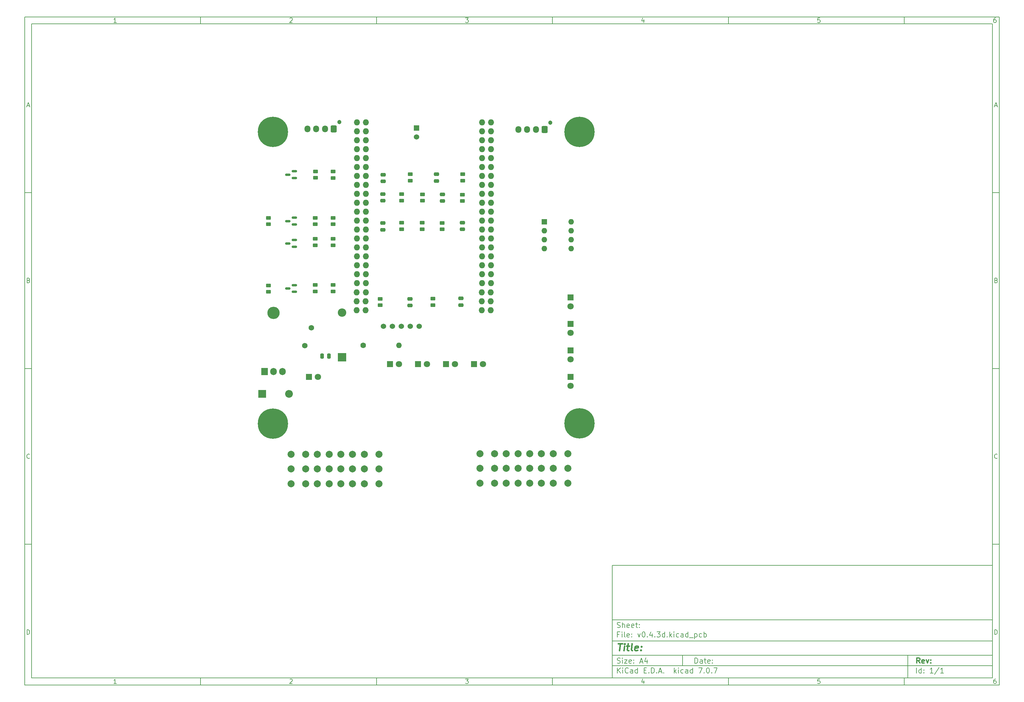
<source format=gbr>
%TF.GenerationSoftware,KiCad,Pcbnew,7.0.7*%
%TF.CreationDate,2024-10-02T11:43:54-03:00*%
%TF.ProjectId,v0.4.3d,76302e34-2e33-4642-9e6b-696361645f70,rev?*%
%TF.SameCoordinates,Original*%
%TF.FileFunction,Soldermask,Bot*%
%TF.FilePolarity,Negative*%
%FSLAX46Y46*%
G04 Gerber Fmt 4.6, Leading zero omitted, Abs format (unit mm)*
G04 Created by KiCad (PCBNEW 7.0.7) date 2024-10-02 11:43:54*
%MOMM*%
%LPD*%
G01*
G04 APERTURE LIST*
G04 Aperture macros list*
%AMRoundRect*
0 Rectangle with rounded corners*
0 $1 Rounding radius*
0 $2 $3 $4 $5 $6 $7 $8 $9 X,Y pos of 4 corners*
0 Add a 4 corners polygon primitive as box body*
4,1,4,$2,$3,$4,$5,$6,$7,$8,$9,$2,$3,0*
0 Add four circle primitives for the rounded corners*
1,1,$1+$1,$2,$3*
1,1,$1+$1,$4,$5*
1,1,$1+$1,$6,$7*
1,1,$1+$1,$8,$9*
0 Add four rect primitives between the rounded corners*
20,1,$1+$1,$2,$3,$4,$5,0*
20,1,$1+$1,$4,$5,$6,$7,0*
20,1,$1+$1,$6,$7,$8,$9,0*
20,1,$1+$1,$8,$9,$2,$3,0*%
G04 Aperture macros list end*
%ADD10C,0.100000*%
%ADD11C,0.150000*%
%ADD12C,0.300000*%
%ADD13C,0.400000*%
%ADD14RoundRect,0.250000X-0.450000X0.262500X-0.450000X-0.262500X0.450000X-0.262500X0.450000X0.262500X0*%
%ADD15RoundRect,0.250000X0.450000X-0.262500X0.450000X0.262500X-0.450000X0.262500X-0.450000X-0.262500X0*%
%ADD16R,1.800000X1.800000*%
%ADD17C,1.800000*%
%ADD18C,1.200000*%
%ADD19RoundRect,0.250000X0.600000X0.725000X-0.600000X0.725000X-0.600000X-0.725000X0.600000X-0.725000X0*%
%ADD20O,1.700000X1.950000*%
%ADD21C,0.900000*%
%ADD22C,8.600000*%
%ADD23R,2.400000X2.400000*%
%ADD24O,2.400000X2.400000*%
%ADD25O,1.727200X1.727200*%
%ADD26C,1.524000*%
%ADD27R,1.524000X1.524000*%
%ADD28R,2.200000X2.200000*%
%ADD29O,2.200000X2.200000*%
%ADD30C,1.600000*%
%ADD31O,1.600000X1.600000*%
%ADD32C,1.560000*%
%ADD33R,1.600000X1.600000*%
%ADD34O,3.500000X3.500000*%
%ADD35R,1.905000X2.000000*%
%ADD36O,1.905000X2.000000*%
%ADD37C,2.000000*%
%ADD38RoundRect,0.150000X0.587500X0.150000X-0.587500X0.150000X-0.587500X-0.150000X0.587500X-0.150000X0*%
%ADD39RoundRect,0.250000X-0.475000X0.250000X-0.475000X-0.250000X0.475000X-0.250000X0.475000X0.250000X0*%
%ADD40RoundRect,0.250000X0.475000X-0.250000X0.475000X0.250000X-0.475000X0.250000X-0.475000X-0.250000X0*%
%ADD41RoundRect,0.250000X0.250000X0.475000X-0.250000X0.475000X-0.250000X-0.475000X0.250000X-0.475000X0*%
G04 APERTURE END LIST*
D10*
D11*
X177002200Y-166007200D02*
X285002200Y-166007200D01*
X285002200Y-198007200D01*
X177002200Y-198007200D01*
X177002200Y-166007200D01*
D10*
D11*
X10000000Y-10000000D02*
X287002200Y-10000000D01*
X287002200Y-200007200D01*
X10000000Y-200007200D01*
X10000000Y-10000000D01*
D10*
D11*
X12000000Y-12000000D02*
X285002200Y-12000000D01*
X285002200Y-198007200D01*
X12000000Y-198007200D01*
X12000000Y-12000000D01*
D10*
D11*
X60000000Y-12000000D02*
X60000000Y-10000000D01*
D10*
D11*
X110000000Y-12000000D02*
X110000000Y-10000000D01*
D10*
D11*
X160000000Y-12000000D02*
X160000000Y-10000000D01*
D10*
D11*
X210000000Y-12000000D02*
X210000000Y-10000000D01*
D10*
D11*
X260000000Y-12000000D02*
X260000000Y-10000000D01*
D10*
D11*
X36089160Y-11593604D02*
X35346303Y-11593604D01*
X35717731Y-11593604D02*
X35717731Y-10293604D01*
X35717731Y-10293604D02*
X35593922Y-10479319D01*
X35593922Y-10479319D02*
X35470112Y-10603128D01*
X35470112Y-10603128D02*
X35346303Y-10665033D01*
D10*
D11*
X85346303Y-10417414D02*
X85408207Y-10355509D01*
X85408207Y-10355509D02*
X85532017Y-10293604D01*
X85532017Y-10293604D02*
X85841541Y-10293604D01*
X85841541Y-10293604D02*
X85965350Y-10355509D01*
X85965350Y-10355509D02*
X86027255Y-10417414D01*
X86027255Y-10417414D02*
X86089160Y-10541223D01*
X86089160Y-10541223D02*
X86089160Y-10665033D01*
X86089160Y-10665033D02*
X86027255Y-10850747D01*
X86027255Y-10850747D02*
X85284398Y-11593604D01*
X85284398Y-11593604D02*
X86089160Y-11593604D01*
D10*
D11*
X135284398Y-10293604D02*
X136089160Y-10293604D01*
X136089160Y-10293604D02*
X135655826Y-10788842D01*
X135655826Y-10788842D02*
X135841541Y-10788842D01*
X135841541Y-10788842D02*
X135965350Y-10850747D01*
X135965350Y-10850747D02*
X136027255Y-10912652D01*
X136027255Y-10912652D02*
X136089160Y-11036461D01*
X136089160Y-11036461D02*
X136089160Y-11345985D01*
X136089160Y-11345985D02*
X136027255Y-11469795D01*
X136027255Y-11469795D02*
X135965350Y-11531700D01*
X135965350Y-11531700D02*
X135841541Y-11593604D01*
X135841541Y-11593604D02*
X135470112Y-11593604D01*
X135470112Y-11593604D02*
X135346303Y-11531700D01*
X135346303Y-11531700D02*
X135284398Y-11469795D01*
D10*
D11*
X185965350Y-10726938D02*
X185965350Y-11593604D01*
X185655826Y-10231700D02*
X185346303Y-11160271D01*
X185346303Y-11160271D02*
X186151064Y-11160271D01*
D10*
D11*
X236027255Y-10293604D02*
X235408207Y-10293604D01*
X235408207Y-10293604D02*
X235346303Y-10912652D01*
X235346303Y-10912652D02*
X235408207Y-10850747D01*
X235408207Y-10850747D02*
X235532017Y-10788842D01*
X235532017Y-10788842D02*
X235841541Y-10788842D01*
X235841541Y-10788842D02*
X235965350Y-10850747D01*
X235965350Y-10850747D02*
X236027255Y-10912652D01*
X236027255Y-10912652D02*
X236089160Y-11036461D01*
X236089160Y-11036461D02*
X236089160Y-11345985D01*
X236089160Y-11345985D02*
X236027255Y-11469795D01*
X236027255Y-11469795D02*
X235965350Y-11531700D01*
X235965350Y-11531700D02*
X235841541Y-11593604D01*
X235841541Y-11593604D02*
X235532017Y-11593604D01*
X235532017Y-11593604D02*
X235408207Y-11531700D01*
X235408207Y-11531700D02*
X235346303Y-11469795D01*
D10*
D11*
X285965350Y-10293604D02*
X285717731Y-10293604D01*
X285717731Y-10293604D02*
X285593922Y-10355509D01*
X285593922Y-10355509D02*
X285532017Y-10417414D01*
X285532017Y-10417414D02*
X285408207Y-10603128D01*
X285408207Y-10603128D02*
X285346303Y-10850747D01*
X285346303Y-10850747D02*
X285346303Y-11345985D01*
X285346303Y-11345985D02*
X285408207Y-11469795D01*
X285408207Y-11469795D02*
X285470112Y-11531700D01*
X285470112Y-11531700D02*
X285593922Y-11593604D01*
X285593922Y-11593604D02*
X285841541Y-11593604D01*
X285841541Y-11593604D02*
X285965350Y-11531700D01*
X285965350Y-11531700D02*
X286027255Y-11469795D01*
X286027255Y-11469795D02*
X286089160Y-11345985D01*
X286089160Y-11345985D02*
X286089160Y-11036461D01*
X286089160Y-11036461D02*
X286027255Y-10912652D01*
X286027255Y-10912652D02*
X285965350Y-10850747D01*
X285965350Y-10850747D02*
X285841541Y-10788842D01*
X285841541Y-10788842D02*
X285593922Y-10788842D01*
X285593922Y-10788842D02*
X285470112Y-10850747D01*
X285470112Y-10850747D02*
X285408207Y-10912652D01*
X285408207Y-10912652D02*
X285346303Y-11036461D01*
D10*
D11*
X60000000Y-198007200D02*
X60000000Y-200007200D01*
D10*
D11*
X110000000Y-198007200D02*
X110000000Y-200007200D01*
D10*
D11*
X160000000Y-198007200D02*
X160000000Y-200007200D01*
D10*
D11*
X210000000Y-198007200D02*
X210000000Y-200007200D01*
D10*
D11*
X260000000Y-198007200D02*
X260000000Y-200007200D01*
D10*
D11*
X36089160Y-199600804D02*
X35346303Y-199600804D01*
X35717731Y-199600804D02*
X35717731Y-198300804D01*
X35717731Y-198300804D02*
X35593922Y-198486519D01*
X35593922Y-198486519D02*
X35470112Y-198610328D01*
X35470112Y-198610328D02*
X35346303Y-198672233D01*
D10*
D11*
X85346303Y-198424614D02*
X85408207Y-198362709D01*
X85408207Y-198362709D02*
X85532017Y-198300804D01*
X85532017Y-198300804D02*
X85841541Y-198300804D01*
X85841541Y-198300804D02*
X85965350Y-198362709D01*
X85965350Y-198362709D02*
X86027255Y-198424614D01*
X86027255Y-198424614D02*
X86089160Y-198548423D01*
X86089160Y-198548423D02*
X86089160Y-198672233D01*
X86089160Y-198672233D02*
X86027255Y-198857947D01*
X86027255Y-198857947D02*
X85284398Y-199600804D01*
X85284398Y-199600804D02*
X86089160Y-199600804D01*
D10*
D11*
X135284398Y-198300804D02*
X136089160Y-198300804D01*
X136089160Y-198300804D02*
X135655826Y-198796042D01*
X135655826Y-198796042D02*
X135841541Y-198796042D01*
X135841541Y-198796042D02*
X135965350Y-198857947D01*
X135965350Y-198857947D02*
X136027255Y-198919852D01*
X136027255Y-198919852D02*
X136089160Y-199043661D01*
X136089160Y-199043661D02*
X136089160Y-199353185D01*
X136089160Y-199353185D02*
X136027255Y-199476995D01*
X136027255Y-199476995D02*
X135965350Y-199538900D01*
X135965350Y-199538900D02*
X135841541Y-199600804D01*
X135841541Y-199600804D02*
X135470112Y-199600804D01*
X135470112Y-199600804D02*
X135346303Y-199538900D01*
X135346303Y-199538900D02*
X135284398Y-199476995D01*
D10*
D11*
X185965350Y-198734138D02*
X185965350Y-199600804D01*
X185655826Y-198238900D02*
X185346303Y-199167471D01*
X185346303Y-199167471D02*
X186151064Y-199167471D01*
D10*
D11*
X236027255Y-198300804D02*
X235408207Y-198300804D01*
X235408207Y-198300804D02*
X235346303Y-198919852D01*
X235346303Y-198919852D02*
X235408207Y-198857947D01*
X235408207Y-198857947D02*
X235532017Y-198796042D01*
X235532017Y-198796042D02*
X235841541Y-198796042D01*
X235841541Y-198796042D02*
X235965350Y-198857947D01*
X235965350Y-198857947D02*
X236027255Y-198919852D01*
X236027255Y-198919852D02*
X236089160Y-199043661D01*
X236089160Y-199043661D02*
X236089160Y-199353185D01*
X236089160Y-199353185D02*
X236027255Y-199476995D01*
X236027255Y-199476995D02*
X235965350Y-199538900D01*
X235965350Y-199538900D02*
X235841541Y-199600804D01*
X235841541Y-199600804D02*
X235532017Y-199600804D01*
X235532017Y-199600804D02*
X235408207Y-199538900D01*
X235408207Y-199538900D02*
X235346303Y-199476995D01*
D10*
D11*
X285965350Y-198300804D02*
X285717731Y-198300804D01*
X285717731Y-198300804D02*
X285593922Y-198362709D01*
X285593922Y-198362709D02*
X285532017Y-198424614D01*
X285532017Y-198424614D02*
X285408207Y-198610328D01*
X285408207Y-198610328D02*
X285346303Y-198857947D01*
X285346303Y-198857947D02*
X285346303Y-199353185D01*
X285346303Y-199353185D02*
X285408207Y-199476995D01*
X285408207Y-199476995D02*
X285470112Y-199538900D01*
X285470112Y-199538900D02*
X285593922Y-199600804D01*
X285593922Y-199600804D02*
X285841541Y-199600804D01*
X285841541Y-199600804D02*
X285965350Y-199538900D01*
X285965350Y-199538900D02*
X286027255Y-199476995D01*
X286027255Y-199476995D02*
X286089160Y-199353185D01*
X286089160Y-199353185D02*
X286089160Y-199043661D01*
X286089160Y-199043661D02*
X286027255Y-198919852D01*
X286027255Y-198919852D02*
X285965350Y-198857947D01*
X285965350Y-198857947D02*
X285841541Y-198796042D01*
X285841541Y-198796042D02*
X285593922Y-198796042D01*
X285593922Y-198796042D02*
X285470112Y-198857947D01*
X285470112Y-198857947D02*
X285408207Y-198919852D01*
X285408207Y-198919852D02*
X285346303Y-199043661D01*
D10*
D11*
X10000000Y-60000000D02*
X12000000Y-60000000D01*
D10*
D11*
X10000000Y-110000000D02*
X12000000Y-110000000D01*
D10*
D11*
X10000000Y-160000000D02*
X12000000Y-160000000D01*
D10*
D11*
X10690476Y-35222176D02*
X11309523Y-35222176D01*
X10566666Y-35593604D02*
X10999999Y-34293604D01*
X10999999Y-34293604D02*
X11433333Y-35593604D01*
D10*
D11*
X11092857Y-84912652D02*
X11278571Y-84974557D01*
X11278571Y-84974557D02*
X11340476Y-85036461D01*
X11340476Y-85036461D02*
X11402380Y-85160271D01*
X11402380Y-85160271D02*
X11402380Y-85345985D01*
X11402380Y-85345985D02*
X11340476Y-85469795D01*
X11340476Y-85469795D02*
X11278571Y-85531700D01*
X11278571Y-85531700D02*
X11154761Y-85593604D01*
X11154761Y-85593604D02*
X10659523Y-85593604D01*
X10659523Y-85593604D02*
X10659523Y-84293604D01*
X10659523Y-84293604D02*
X11092857Y-84293604D01*
X11092857Y-84293604D02*
X11216666Y-84355509D01*
X11216666Y-84355509D02*
X11278571Y-84417414D01*
X11278571Y-84417414D02*
X11340476Y-84541223D01*
X11340476Y-84541223D02*
X11340476Y-84665033D01*
X11340476Y-84665033D02*
X11278571Y-84788842D01*
X11278571Y-84788842D02*
X11216666Y-84850747D01*
X11216666Y-84850747D02*
X11092857Y-84912652D01*
X11092857Y-84912652D02*
X10659523Y-84912652D01*
D10*
D11*
X11402380Y-135469795D02*
X11340476Y-135531700D01*
X11340476Y-135531700D02*
X11154761Y-135593604D01*
X11154761Y-135593604D02*
X11030952Y-135593604D01*
X11030952Y-135593604D02*
X10845238Y-135531700D01*
X10845238Y-135531700D02*
X10721428Y-135407890D01*
X10721428Y-135407890D02*
X10659523Y-135284080D01*
X10659523Y-135284080D02*
X10597619Y-135036461D01*
X10597619Y-135036461D02*
X10597619Y-134850747D01*
X10597619Y-134850747D02*
X10659523Y-134603128D01*
X10659523Y-134603128D02*
X10721428Y-134479319D01*
X10721428Y-134479319D02*
X10845238Y-134355509D01*
X10845238Y-134355509D02*
X11030952Y-134293604D01*
X11030952Y-134293604D02*
X11154761Y-134293604D01*
X11154761Y-134293604D02*
X11340476Y-134355509D01*
X11340476Y-134355509D02*
X11402380Y-134417414D01*
D10*
D11*
X10659523Y-185593604D02*
X10659523Y-184293604D01*
X10659523Y-184293604D02*
X10969047Y-184293604D01*
X10969047Y-184293604D02*
X11154761Y-184355509D01*
X11154761Y-184355509D02*
X11278571Y-184479319D01*
X11278571Y-184479319D02*
X11340476Y-184603128D01*
X11340476Y-184603128D02*
X11402380Y-184850747D01*
X11402380Y-184850747D02*
X11402380Y-185036461D01*
X11402380Y-185036461D02*
X11340476Y-185284080D01*
X11340476Y-185284080D02*
X11278571Y-185407890D01*
X11278571Y-185407890D02*
X11154761Y-185531700D01*
X11154761Y-185531700D02*
X10969047Y-185593604D01*
X10969047Y-185593604D02*
X10659523Y-185593604D01*
D10*
D11*
X287002200Y-60000000D02*
X285002200Y-60000000D01*
D10*
D11*
X287002200Y-110000000D02*
X285002200Y-110000000D01*
D10*
D11*
X287002200Y-160000000D02*
X285002200Y-160000000D01*
D10*
D11*
X285692676Y-35222176D02*
X286311723Y-35222176D01*
X285568866Y-35593604D02*
X286002199Y-34293604D01*
X286002199Y-34293604D02*
X286435533Y-35593604D01*
D10*
D11*
X286095057Y-84912652D02*
X286280771Y-84974557D01*
X286280771Y-84974557D02*
X286342676Y-85036461D01*
X286342676Y-85036461D02*
X286404580Y-85160271D01*
X286404580Y-85160271D02*
X286404580Y-85345985D01*
X286404580Y-85345985D02*
X286342676Y-85469795D01*
X286342676Y-85469795D02*
X286280771Y-85531700D01*
X286280771Y-85531700D02*
X286156961Y-85593604D01*
X286156961Y-85593604D02*
X285661723Y-85593604D01*
X285661723Y-85593604D02*
X285661723Y-84293604D01*
X285661723Y-84293604D02*
X286095057Y-84293604D01*
X286095057Y-84293604D02*
X286218866Y-84355509D01*
X286218866Y-84355509D02*
X286280771Y-84417414D01*
X286280771Y-84417414D02*
X286342676Y-84541223D01*
X286342676Y-84541223D02*
X286342676Y-84665033D01*
X286342676Y-84665033D02*
X286280771Y-84788842D01*
X286280771Y-84788842D02*
X286218866Y-84850747D01*
X286218866Y-84850747D02*
X286095057Y-84912652D01*
X286095057Y-84912652D02*
X285661723Y-84912652D01*
D10*
D11*
X286404580Y-135469795D02*
X286342676Y-135531700D01*
X286342676Y-135531700D02*
X286156961Y-135593604D01*
X286156961Y-135593604D02*
X286033152Y-135593604D01*
X286033152Y-135593604D02*
X285847438Y-135531700D01*
X285847438Y-135531700D02*
X285723628Y-135407890D01*
X285723628Y-135407890D02*
X285661723Y-135284080D01*
X285661723Y-135284080D02*
X285599819Y-135036461D01*
X285599819Y-135036461D02*
X285599819Y-134850747D01*
X285599819Y-134850747D02*
X285661723Y-134603128D01*
X285661723Y-134603128D02*
X285723628Y-134479319D01*
X285723628Y-134479319D02*
X285847438Y-134355509D01*
X285847438Y-134355509D02*
X286033152Y-134293604D01*
X286033152Y-134293604D02*
X286156961Y-134293604D01*
X286156961Y-134293604D02*
X286342676Y-134355509D01*
X286342676Y-134355509D02*
X286404580Y-134417414D01*
D10*
D11*
X285661723Y-185593604D02*
X285661723Y-184293604D01*
X285661723Y-184293604D02*
X285971247Y-184293604D01*
X285971247Y-184293604D02*
X286156961Y-184355509D01*
X286156961Y-184355509D02*
X286280771Y-184479319D01*
X286280771Y-184479319D02*
X286342676Y-184603128D01*
X286342676Y-184603128D02*
X286404580Y-184850747D01*
X286404580Y-184850747D02*
X286404580Y-185036461D01*
X286404580Y-185036461D02*
X286342676Y-185284080D01*
X286342676Y-185284080D02*
X286280771Y-185407890D01*
X286280771Y-185407890D02*
X286156961Y-185531700D01*
X286156961Y-185531700D02*
X285971247Y-185593604D01*
X285971247Y-185593604D02*
X285661723Y-185593604D01*
D10*
D11*
X200458026Y-193793328D02*
X200458026Y-192293328D01*
X200458026Y-192293328D02*
X200815169Y-192293328D01*
X200815169Y-192293328D02*
X201029455Y-192364757D01*
X201029455Y-192364757D02*
X201172312Y-192507614D01*
X201172312Y-192507614D02*
X201243741Y-192650471D01*
X201243741Y-192650471D02*
X201315169Y-192936185D01*
X201315169Y-192936185D02*
X201315169Y-193150471D01*
X201315169Y-193150471D02*
X201243741Y-193436185D01*
X201243741Y-193436185D02*
X201172312Y-193579042D01*
X201172312Y-193579042D02*
X201029455Y-193721900D01*
X201029455Y-193721900D02*
X200815169Y-193793328D01*
X200815169Y-193793328D02*
X200458026Y-193793328D01*
X202600884Y-193793328D02*
X202600884Y-193007614D01*
X202600884Y-193007614D02*
X202529455Y-192864757D01*
X202529455Y-192864757D02*
X202386598Y-192793328D01*
X202386598Y-192793328D02*
X202100884Y-192793328D01*
X202100884Y-192793328D02*
X201958026Y-192864757D01*
X202600884Y-193721900D02*
X202458026Y-193793328D01*
X202458026Y-193793328D02*
X202100884Y-193793328D01*
X202100884Y-193793328D02*
X201958026Y-193721900D01*
X201958026Y-193721900D02*
X201886598Y-193579042D01*
X201886598Y-193579042D02*
X201886598Y-193436185D01*
X201886598Y-193436185D02*
X201958026Y-193293328D01*
X201958026Y-193293328D02*
X202100884Y-193221900D01*
X202100884Y-193221900D02*
X202458026Y-193221900D01*
X202458026Y-193221900D02*
X202600884Y-193150471D01*
X203100884Y-192793328D02*
X203672312Y-192793328D01*
X203315169Y-192293328D02*
X203315169Y-193579042D01*
X203315169Y-193579042D02*
X203386598Y-193721900D01*
X203386598Y-193721900D02*
X203529455Y-193793328D01*
X203529455Y-193793328D02*
X203672312Y-193793328D01*
X204743741Y-193721900D02*
X204600884Y-193793328D01*
X204600884Y-193793328D02*
X204315170Y-193793328D01*
X204315170Y-193793328D02*
X204172312Y-193721900D01*
X204172312Y-193721900D02*
X204100884Y-193579042D01*
X204100884Y-193579042D02*
X204100884Y-193007614D01*
X204100884Y-193007614D02*
X204172312Y-192864757D01*
X204172312Y-192864757D02*
X204315170Y-192793328D01*
X204315170Y-192793328D02*
X204600884Y-192793328D01*
X204600884Y-192793328D02*
X204743741Y-192864757D01*
X204743741Y-192864757D02*
X204815170Y-193007614D01*
X204815170Y-193007614D02*
X204815170Y-193150471D01*
X204815170Y-193150471D02*
X204100884Y-193293328D01*
X205458026Y-193650471D02*
X205529455Y-193721900D01*
X205529455Y-193721900D02*
X205458026Y-193793328D01*
X205458026Y-193793328D02*
X205386598Y-193721900D01*
X205386598Y-193721900D02*
X205458026Y-193650471D01*
X205458026Y-193650471D02*
X205458026Y-193793328D01*
X205458026Y-192864757D02*
X205529455Y-192936185D01*
X205529455Y-192936185D02*
X205458026Y-193007614D01*
X205458026Y-193007614D02*
X205386598Y-192936185D01*
X205386598Y-192936185D02*
X205458026Y-192864757D01*
X205458026Y-192864757D02*
X205458026Y-193007614D01*
D10*
D11*
X177002200Y-194507200D02*
X285002200Y-194507200D01*
D10*
D11*
X178458026Y-196593328D02*
X178458026Y-195093328D01*
X179315169Y-196593328D02*
X178672312Y-195736185D01*
X179315169Y-195093328D02*
X178458026Y-195950471D01*
X179958026Y-196593328D02*
X179958026Y-195593328D01*
X179958026Y-195093328D02*
X179886598Y-195164757D01*
X179886598Y-195164757D02*
X179958026Y-195236185D01*
X179958026Y-195236185D02*
X180029455Y-195164757D01*
X180029455Y-195164757D02*
X179958026Y-195093328D01*
X179958026Y-195093328D02*
X179958026Y-195236185D01*
X181529455Y-196450471D02*
X181458027Y-196521900D01*
X181458027Y-196521900D02*
X181243741Y-196593328D01*
X181243741Y-196593328D02*
X181100884Y-196593328D01*
X181100884Y-196593328D02*
X180886598Y-196521900D01*
X180886598Y-196521900D02*
X180743741Y-196379042D01*
X180743741Y-196379042D02*
X180672312Y-196236185D01*
X180672312Y-196236185D02*
X180600884Y-195950471D01*
X180600884Y-195950471D02*
X180600884Y-195736185D01*
X180600884Y-195736185D02*
X180672312Y-195450471D01*
X180672312Y-195450471D02*
X180743741Y-195307614D01*
X180743741Y-195307614D02*
X180886598Y-195164757D01*
X180886598Y-195164757D02*
X181100884Y-195093328D01*
X181100884Y-195093328D02*
X181243741Y-195093328D01*
X181243741Y-195093328D02*
X181458027Y-195164757D01*
X181458027Y-195164757D02*
X181529455Y-195236185D01*
X182815170Y-196593328D02*
X182815170Y-195807614D01*
X182815170Y-195807614D02*
X182743741Y-195664757D01*
X182743741Y-195664757D02*
X182600884Y-195593328D01*
X182600884Y-195593328D02*
X182315170Y-195593328D01*
X182315170Y-195593328D02*
X182172312Y-195664757D01*
X182815170Y-196521900D02*
X182672312Y-196593328D01*
X182672312Y-196593328D02*
X182315170Y-196593328D01*
X182315170Y-196593328D02*
X182172312Y-196521900D01*
X182172312Y-196521900D02*
X182100884Y-196379042D01*
X182100884Y-196379042D02*
X182100884Y-196236185D01*
X182100884Y-196236185D02*
X182172312Y-196093328D01*
X182172312Y-196093328D02*
X182315170Y-196021900D01*
X182315170Y-196021900D02*
X182672312Y-196021900D01*
X182672312Y-196021900D02*
X182815170Y-195950471D01*
X184172313Y-196593328D02*
X184172313Y-195093328D01*
X184172313Y-196521900D02*
X184029455Y-196593328D01*
X184029455Y-196593328D02*
X183743741Y-196593328D01*
X183743741Y-196593328D02*
X183600884Y-196521900D01*
X183600884Y-196521900D02*
X183529455Y-196450471D01*
X183529455Y-196450471D02*
X183458027Y-196307614D01*
X183458027Y-196307614D02*
X183458027Y-195879042D01*
X183458027Y-195879042D02*
X183529455Y-195736185D01*
X183529455Y-195736185D02*
X183600884Y-195664757D01*
X183600884Y-195664757D02*
X183743741Y-195593328D01*
X183743741Y-195593328D02*
X184029455Y-195593328D01*
X184029455Y-195593328D02*
X184172313Y-195664757D01*
X186029455Y-195807614D02*
X186529455Y-195807614D01*
X186743741Y-196593328D02*
X186029455Y-196593328D01*
X186029455Y-196593328D02*
X186029455Y-195093328D01*
X186029455Y-195093328D02*
X186743741Y-195093328D01*
X187386598Y-196450471D02*
X187458027Y-196521900D01*
X187458027Y-196521900D02*
X187386598Y-196593328D01*
X187386598Y-196593328D02*
X187315170Y-196521900D01*
X187315170Y-196521900D02*
X187386598Y-196450471D01*
X187386598Y-196450471D02*
X187386598Y-196593328D01*
X188100884Y-196593328D02*
X188100884Y-195093328D01*
X188100884Y-195093328D02*
X188458027Y-195093328D01*
X188458027Y-195093328D02*
X188672313Y-195164757D01*
X188672313Y-195164757D02*
X188815170Y-195307614D01*
X188815170Y-195307614D02*
X188886599Y-195450471D01*
X188886599Y-195450471D02*
X188958027Y-195736185D01*
X188958027Y-195736185D02*
X188958027Y-195950471D01*
X188958027Y-195950471D02*
X188886599Y-196236185D01*
X188886599Y-196236185D02*
X188815170Y-196379042D01*
X188815170Y-196379042D02*
X188672313Y-196521900D01*
X188672313Y-196521900D02*
X188458027Y-196593328D01*
X188458027Y-196593328D02*
X188100884Y-196593328D01*
X189600884Y-196450471D02*
X189672313Y-196521900D01*
X189672313Y-196521900D02*
X189600884Y-196593328D01*
X189600884Y-196593328D02*
X189529456Y-196521900D01*
X189529456Y-196521900D02*
X189600884Y-196450471D01*
X189600884Y-196450471D02*
X189600884Y-196593328D01*
X190243742Y-196164757D02*
X190958028Y-196164757D01*
X190100885Y-196593328D02*
X190600885Y-195093328D01*
X190600885Y-195093328D02*
X191100885Y-196593328D01*
X191600884Y-196450471D02*
X191672313Y-196521900D01*
X191672313Y-196521900D02*
X191600884Y-196593328D01*
X191600884Y-196593328D02*
X191529456Y-196521900D01*
X191529456Y-196521900D02*
X191600884Y-196450471D01*
X191600884Y-196450471D02*
X191600884Y-196593328D01*
X194600884Y-196593328D02*
X194600884Y-195093328D01*
X194743742Y-196021900D02*
X195172313Y-196593328D01*
X195172313Y-195593328D02*
X194600884Y-196164757D01*
X195815170Y-196593328D02*
X195815170Y-195593328D01*
X195815170Y-195093328D02*
X195743742Y-195164757D01*
X195743742Y-195164757D02*
X195815170Y-195236185D01*
X195815170Y-195236185D02*
X195886599Y-195164757D01*
X195886599Y-195164757D02*
X195815170Y-195093328D01*
X195815170Y-195093328D02*
X195815170Y-195236185D01*
X197172314Y-196521900D02*
X197029456Y-196593328D01*
X197029456Y-196593328D02*
X196743742Y-196593328D01*
X196743742Y-196593328D02*
X196600885Y-196521900D01*
X196600885Y-196521900D02*
X196529456Y-196450471D01*
X196529456Y-196450471D02*
X196458028Y-196307614D01*
X196458028Y-196307614D02*
X196458028Y-195879042D01*
X196458028Y-195879042D02*
X196529456Y-195736185D01*
X196529456Y-195736185D02*
X196600885Y-195664757D01*
X196600885Y-195664757D02*
X196743742Y-195593328D01*
X196743742Y-195593328D02*
X197029456Y-195593328D01*
X197029456Y-195593328D02*
X197172314Y-195664757D01*
X198458028Y-196593328D02*
X198458028Y-195807614D01*
X198458028Y-195807614D02*
X198386599Y-195664757D01*
X198386599Y-195664757D02*
X198243742Y-195593328D01*
X198243742Y-195593328D02*
X197958028Y-195593328D01*
X197958028Y-195593328D02*
X197815170Y-195664757D01*
X198458028Y-196521900D02*
X198315170Y-196593328D01*
X198315170Y-196593328D02*
X197958028Y-196593328D01*
X197958028Y-196593328D02*
X197815170Y-196521900D01*
X197815170Y-196521900D02*
X197743742Y-196379042D01*
X197743742Y-196379042D02*
X197743742Y-196236185D01*
X197743742Y-196236185D02*
X197815170Y-196093328D01*
X197815170Y-196093328D02*
X197958028Y-196021900D01*
X197958028Y-196021900D02*
X198315170Y-196021900D01*
X198315170Y-196021900D02*
X198458028Y-195950471D01*
X199815171Y-196593328D02*
X199815171Y-195093328D01*
X199815171Y-196521900D02*
X199672313Y-196593328D01*
X199672313Y-196593328D02*
X199386599Y-196593328D01*
X199386599Y-196593328D02*
X199243742Y-196521900D01*
X199243742Y-196521900D02*
X199172313Y-196450471D01*
X199172313Y-196450471D02*
X199100885Y-196307614D01*
X199100885Y-196307614D02*
X199100885Y-195879042D01*
X199100885Y-195879042D02*
X199172313Y-195736185D01*
X199172313Y-195736185D02*
X199243742Y-195664757D01*
X199243742Y-195664757D02*
X199386599Y-195593328D01*
X199386599Y-195593328D02*
X199672313Y-195593328D01*
X199672313Y-195593328D02*
X199815171Y-195664757D01*
X201529456Y-195093328D02*
X202529456Y-195093328D01*
X202529456Y-195093328D02*
X201886599Y-196593328D01*
X203100884Y-196450471D02*
X203172313Y-196521900D01*
X203172313Y-196521900D02*
X203100884Y-196593328D01*
X203100884Y-196593328D02*
X203029456Y-196521900D01*
X203029456Y-196521900D02*
X203100884Y-196450471D01*
X203100884Y-196450471D02*
X203100884Y-196593328D01*
X204100885Y-195093328D02*
X204243742Y-195093328D01*
X204243742Y-195093328D02*
X204386599Y-195164757D01*
X204386599Y-195164757D02*
X204458028Y-195236185D01*
X204458028Y-195236185D02*
X204529456Y-195379042D01*
X204529456Y-195379042D02*
X204600885Y-195664757D01*
X204600885Y-195664757D02*
X204600885Y-196021900D01*
X204600885Y-196021900D02*
X204529456Y-196307614D01*
X204529456Y-196307614D02*
X204458028Y-196450471D01*
X204458028Y-196450471D02*
X204386599Y-196521900D01*
X204386599Y-196521900D02*
X204243742Y-196593328D01*
X204243742Y-196593328D02*
X204100885Y-196593328D01*
X204100885Y-196593328D02*
X203958028Y-196521900D01*
X203958028Y-196521900D02*
X203886599Y-196450471D01*
X203886599Y-196450471D02*
X203815170Y-196307614D01*
X203815170Y-196307614D02*
X203743742Y-196021900D01*
X203743742Y-196021900D02*
X203743742Y-195664757D01*
X203743742Y-195664757D02*
X203815170Y-195379042D01*
X203815170Y-195379042D02*
X203886599Y-195236185D01*
X203886599Y-195236185D02*
X203958028Y-195164757D01*
X203958028Y-195164757D02*
X204100885Y-195093328D01*
X205243741Y-196450471D02*
X205315170Y-196521900D01*
X205315170Y-196521900D02*
X205243741Y-196593328D01*
X205243741Y-196593328D02*
X205172313Y-196521900D01*
X205172313Y-196521900D02*
X205243741Y-196450471D01*
X205243741Y-196450471D02*
X205243741Y-196593328D01*
X205815170Y-195093328D02*
X206815170Y-195093328D01*
X206815170Y-195093328D02*
X206172313Y-196593328D01*
D10*
D11*
X177002200Y-191507200D02*
X285002200Y-191507200D01*
D10*
D12*
X264413853Y-193785528D02*
X263913853Y-193071242D01*
X263556710Y-193785528D02*
X263556710Y-192285528D01*
X263556710Y-192285528D02*
X264128139Y-192285528D01*
X264128139Y-192285528D02*
X264270996Y-192356957D01*
X264270996Y-192356957D02*
X264342425Y-192428385D01*
X264342425Y-192428385D02*
X264413853Y-192571242D01*
X264413853Y-192571242D02*
X264413853Y-192785528D01*
X264413853Y-192785528D02*
X264342425Y-192928385D01*
X264342425Y-192928385D02*
X264270996Y-192999814D01*
X264270996Y-192999814D02*
X264128139Y-193071242D01*
X264128139Y-193071242D02*
X263556710Y-193071242D01*
X265628139Y-193714100D02*
X265485282Y-193785528D01*
X265485282Y-193785528D02*
X265199568Y-193785528D01*
X265199568Y-193785528D02*
X265056710Y-193714100D01*
X265056710Y-193714100D02*
X264985282Y-193571242D01*
X264985282Y-193571242D02*
X264985282Y-192999814D01*
X264985282Y-192999814D02*
X265056710Y-192856957D01*
X265056710Y-192856957D02*
X265199568Y-192785528D01*
X265199568Y-192785528D02*
X265485282Y-192785528D01*
X265485282Y-192785528D02*
X265628139Y-192856957D01*
X265628139Y-192856957D02*
X265699568Y-192999814D01*
X265699568Y-192999814D02*
X265699568Y-193142671D01*
X265699568Y-193142671D02*
X264985282Y-193285528D01*
X266199567Y-192785528D02*
X266556710Y-193785528D01*
X266556710Y-193785528D02*
X266913853Y-192785528D01*
X267485281Y-193642671D02*
X267556710Y-193714100D01*
X267556710Y-193714100D02*
X267485281Y-193785528D01*
X267485281Y-193785528D02*
X267413853Y-193714100D01*
X267413853Y-193714100D02*
X267485281Y-193642671D01*
X267485281Y-193642671D02*
X267485281Y-193785528D01*
X267485281Y-192856957D02*
X267556710Y-192928385D01*
X267556710Y-192928385D02*
X267485281Y-192999814D01*
X267485281Y-192999814D02*
X267413853Y-192928385D01*
X267413853Y-192928385D02*
X267485281Y-192856957D01*
X267485281Y-192856957D02*
X267485281Y-192999814D01*
D10*
D11*
X178386598Y-193721900D02*
X178600884Y-193793328D01*
X178600884Y-193793328D02*
X178958026Y-193793328D01*
X178958026Y-193793328D02*
X179100884Y-193721900D01*
X179100884Y-193721900D02*
X179172312Y-193650471D01*
X179172312Y-193650471D02*
X179243741Y-193507614D01*
X179243741Y-193507614D02*
X179243741Y-193364757D01*
X179243741Y-193364757D02*
X179172312Y-193221900D01*
X179172312Y-193221900D02*
X179100884Y-193150471D01*
X179100884Y-193150471D02*
X178958026Y-193079042D01*
X178958026Y-193079042D02*
X178672312Y-193007614D01*
X178672312Y-193007614D02*
X178529455Y-192936185D01*
X178529455Y-192936185D02*
X178458026Y-192864757D01*
X178458026Y-192864757D02*
X178386598Y-192721900D01*
X178386598Y-192721900D02*
X178386598Y-192579042D01*
X178386598Y-192579042D02*
X178458026Y-192436185D01*
X178458026Y-192436185D02*
X178529455Y-192364757D01*
X178529455Y-192364757D02*
X178672312Y-192293328D01*
X178672312Y-192293328D02*
X179029455Y-192293328D01*
X179029455Y-192293328D02*
X179243741Y-192364757D01*
X179886597Y-193793328D02*
X179886597Y-192793328D01*
X179886597Y-192293328D02*
X179815169Y-192364757D01*
X179815169Y-192364757D02*
X179886597Y-192436185D01*
X179886597Y-192436185D02*
X179958026Y-192364757D01*
X179958026Y-192364757D02*
X179886597Y-192293328D01*
X179886597Y-192293328D02*
X179886597Y-192436185D01*
X180458026Y-192793328D02*
X181243741Y-192793328D01*
X181243741Y-192793328D02*
X180458026Y-193793328D01*
X180458026Y-193793328D02*
X181243741Y-193793328D01*
X182386598Y-193721900D02*
X182243741Y-193793328D01*
X182243741Y-193793328D02*
X181958027Y-193793328D01*
X181958027Y-193793328D02*
X181815169Y-193721900D01*
X181815169Y-193721900D02*
X181743741Y-193579042D01*
X181743741Y-193579042D02*
X181743741Y-193007614D01*
X181743741Y-193007614D02*
X181815169Y-192864757D01*
X181815169Y-192864757D02*
X181958027Y-192793328D01*
X181958027Y-192793328D02*
X182243741Y-192793328D01*
X182243741Y-192793328D02*
X182386598Y-192864757D01*
X182386598Y-192864757D02*
X182458027Y-193007614D01*
X182458027Y-193007614D02*
X182458027Y-193150471D01*
X182458027Y-193150471D02*
X181743741Y-193293328D01*
X183100883Y-193650471D02*
X183172312Y-193721900D01*
X183172312Y-193721900D02*
X183100883Y-193793328D01*
X183100883Y-193793328D02*
X183029455Y-193721900D01*
X183029455Y-193721900D02*
X183100883Y-193650471D01*
X183100883Y-193650471D02*
X183100883Y-193793328D01*
X183100883Y-192864757D02*
X183172312Y-192936185D01*
X183172312Y-192936185D02*
X183100883Y-193007614D01*
X183100883Y-193007614D02*
X183029455Y-192936185D01*
X183029455Y-192936185D02*
X183100883Y-192864757D01*
X183100883Y-192864757D02*
X183100883Y-193007614D01*
X184886598Y-193364757D02*
X185600884Y-193364757D01*
X184743741Y-193793328D02*
X185243741Y-192293328D01*
X185243741Y-192293328D02*
X185743741Y-193793328D01*
X186886598Y-192793328D02*
X186886598Y-193793328D01*
X186529455Y-192221900D02*
X186172312Y-193293328D01*
X186172312Y-193293328D02*
X187100883Y-193293328D01*
D10*
D11*
X263458026Y-196593328D02*
X263458026Y-195093328D01*
X264815170Y-196593328D02*
X264815170Y-195093328D01*
X264815170Y-196521900D02*
X264672312Y-196593328D01*
X264672312Y-196593328D02*
X264386598Y-196593328D01*
X264386598Y-196593328D02*
X264243741Y-196521900D01*
X264243741Y-196521900D02*
X264172312Y-196450471D01*
X264172312Y-196450471D02*
X264100884Y-196307614D01*
X264100884Y-196307614D02*
X264100884Y-195879042D01*
X264100884Y-195879042D02*
X264172312Y-195736185D01*
X264172312Y-195736185D02*
X264243741Y-195664757D01*
X264243741Y-195664757D02*
X264386598Y-195593328D01*
X264386598Y-195593328D02*
X264672312Y-195593328D01*
X264672312Y-195593328D02*
X264815170Y-195664757D01*
X265529455Y-196450471D02*
X265600884Y-196521900D01*
X265600884Y-196521900D02*
X265529455Y-196593328D01*
X265529455Y-196593328D02*
X265458027Y-196521900D01*
X265458027Y-196521900D02*
X265529455Y-196450471D01*
X265529455Y-196450471D02*
X265529455Y-196593328D01*
X265529455Y-195664757D02*
X265600884Y-195736185D01*
X265600884Y-195736185D02*
X265529455Y-195807614D01*
X265529455Y-195807614D02*
X265458027Y-195736185D01*
X265458027Y-195736185D02*
X265529455Y-195664757D01*
X265529455Y-195664757D02*
X265529455Y-195807614D01*
X268172313Y-196593328D02*
X267315170Y-196593328D01*
X267743741Y-196593328D02*
X267743741Y-195093328D01*
X267743741Y-195093328D02*
X267600884Y-195307614D01*
X267600884Y-195307614D02*
X267458027Y-195450471D01*
X267458027Y-195450471D02*
X267315170Y-195521900D01*
X269886598Y-195021900D02*
X268600884Y-196950471D01*
X271172313Y-196593328D02*
X270315170Y-196593328D01*
X270743741Y-196593328D02*
X270743741Y-195093328D01*
X270743741Y-195093328D02*
X270600884Y-195307614D01*
X270600884Y-195307614D02*
X270458027Y-195450471D01*
X270458027Y-195450471D02*
X270315170Y-195521900D01*
D10*
D11*
X177002200Y-187507200D02*
X285002200Y-187507200D01*
D10*
D13*
X178693928Y-188211638D02*
X179836785Y-188211638D01*
X179015357Y-190211638D02*
X179265357Y-188211638D01*
X180253452Y-190211638D02*
X180420119Y-188878304D01*
X180503452Y-188211638D02*
X180396309Y-188306876D01*
X180396309Y-188306876D02*
X180479643Y-188402114D01*
X180479643Y-188402114D02*
X180586786Y-188306876D01*
X180586786Y-188306876D02*
X180503452Y-188211638D01*
X180503452Y-188211638D02*
X180479643Y-188402114D01*
X181086786Y-188878304D02*
X181848690Y-188878304D01*
X181455833Y-188211638D02*
X181241548Y-189925923D01*
X181241548Y-189925923D02*
X181312976Y-190116400D01*
X181312976Y-190116400D02*
X181491548Y-190211638D01*
X181491548Y-190211638D02*
X181682024Y-190211638D01*
X182634405Y-190211638D02*
X182455833Y-190116400D01*
X182455833Y-190116400D02*
X182384405Y-189925923D01*
X182384405Y-189925923D02*
X182598690Y-188211638D01*
X184170119Y-190116400D02*
X183967738Y-190211638D01*
X183967738Y-190211638D02*
X183586785Y-190211638D01*
X183586785Y-190211638D02*
X183408214Y-190116400D01*
X183408214Y-190116400D02*
X183336785Y-189925923D01*
X183336785Y-189925923D02*
X183432024Y-189164019D01*
X183432024Y-189164019D02*
X183551071Y-188973542D01*
X183551071Y-188973542D02*
X183753452Y-188878304D01*
X183753452Y-188878304D02*
X184134404Y-188878304D01*
X184134404Y-188878304D02*
X184312976Y-188973542D01*
X184312976Y-188973542D02*
X184384404Y-189164019D01*
X184384404Y-189164019D02*
X184360595Y-189354495D01*
X184360595Y-189354495D02*
X183384404Y-189544971D01*
X185134405Y-190021161D02*
X185217738Y-190116400D01*
X185217738Y-190116400D02*
X185110595Y-190211638D01*
X185110595Y-190211638D02*
X185027262Y-190116400D01*
X185027262Y-190116400D02*
X185134405Y-190021161D01*
X185134405Y-190021161D02*
X185110595Y-190211638D01*
X185265357Y-188973542D02*
X185348690Y-189068780D01*
X185348690Y-189068780D02*
X185241548Y-189164019D01*
X185241548Y-189164019D02*
X185158214Y-189068780D01*
X185158214Y-189068780D02*
X185265357Y-188973542D01*
X185265357Y-188973542D02*
X185241548Y-189164019D01*
D10*
D11*
X178958026Y-185607614D02*
X178458026Y-185607614D01*
X178458026Y-186393328D02*
X178458026Y-184893328D01*
X178458026Y-184893328D02*
X179172312Y-184893328D01*
X179743740Y-186393328D02*
X179743740Y-185393328D01*
X179743740Y-184893328D02*
X179672312Y-184964757D01*
X179672312Y-184964757D02*
X179743740Y-185036185D01*
X179743740Y-185036185D02*
X179815169Y-184964757D01*
X179815169Y-184964757D02*
X179743740Y-184893328D01*
X179743740Y-184893328D02*
X179743740Y-185036185D01*
X180672312Y-186393328D02*
X180529455Y-186321900D01*
X180529455Y-186321900D02*
X180458026Y-186179042D01*
X180458026Y-186179042D02*
X180458026Y-184893328D01*
X181815169Y-186321900D02*
X181672312Y-186393328D01*
X181672312Y-186393328D02*
X181386598Y-186393328D01*
X181386598Y-186393328D02*
X181243740Y-186321900D01*
X181243740Y-186321900D02*
X181172312Y-186179042D01*
X181172312Y-186179042D02*
X181172312Y-185607614D01*
X181172312Y-185607614D02*
X181243740Y-185464757D01*
X181243740Y-185464757D02*
X181386598Y-185393328D01*
X181386598Y-185393328D02*
X181672312Y-185393328D01*
X181672312Y-185393328D02*
X181815169Y-185464757D01*
X181815169Y-185464757D02*
X181886598Y-185607614D01*
X181886598Y-185607614D02*
X181886598Y-185750471D01*
X181886598Y-185750471D02*
X181172312Y-185893328D01*
X182529454Y-186250471D02*
X182600883Y-186321900D01*
X182600883Y-186321900D02*
X182529454Y-186393328D01*
X182529454Y-186393328D02*
X182458026Y-186321900D01*
X182458026Y-186321900D02*
X182529454Y-186250471D01*
X182529454Y-186250471D02*
X182529454Y-186393328D01*
X182529454Y-185464757D02*
X182600883Y-185536185D01*
X182600883Y-185536185D02*
X182529454Y-185607614D01*
X182529454Y-185607614D02*
X182458026Y-185536185D01*
X182458026Y-185536185D02*
X182529454Y-185464757D01*
X182529454Y-185464757D02*
X182529454Y-185607614D01*
X184243740Y-185393328D02*
X184600883Y-186393328D01*
X184600883Y-186393328D02*
X184958026Y-185393328D01*
X185815169Y-184893328D02*
X185958026Y-184893328D01*
X185958026Y-184893328D02*
X186100883Y-184964757D01*
X186100883Y-184964757D02*
X186172312Y-185036185D01*
X186172312Y-185036185D02*
X186243740Y-185179042D01*
X186243740Y-185179042D02*
X186315169Y-185464757D01*
X186315169Y-185464757D02*
X186315169Y-185821900D01*
X186315169Y-185821900D02*
X186243740Y-186107614D01*
X186243740Y-186107614D02*
X186172312Y-186250471D01*
X186172312Y-186250471D02*
X186100883Y-186321900D01*
X186100883Y-186321900D02*
X185958026Y-186393328D01*
X185958026Y-186393328D02*
X185815169Y-186393328D01*
X185815169Y-186393328D02*
X185672312Y-186321900D01*
X185672312Y-186321900D02*
X185600883Y-186250471D01*
X185600883Y-186250471D02*
X185529454Y-186107614D01*
X185529454Y-186107614D02*
X185458026Y-185821900D01*
X185458026Y-185821900D02*
X185458026Y-185464757D01*
X185458026Y-185464757D02*
X185529454Y-185179042D01*
X185529454Y-185179042D02*
X185600883Y-185036185D01*
X185600883Y-185036185D02*
X185672312Y-184964757D01*
X185672312Y-184964757D02*
X185815169Y-184893328D01*
X186958025Y-186250471D02*
X187029454Y-186321900D01*
X187029454Y-186321900D02*
X186958025Y-186393328D01*
X186958025Y-186393328D02*
X186886597Y-186321900D01*
X186886597Y-186321900D02*
X186958025Y-186250471D01*
X186958025Y-186250471D02*
X186958025Y-186393328D01*
X188315169Y-185393328D02*
X188315169Y-186393328D01*
X187958026Y-184821900D02*
X187600883Y-185893328D01*
X187600883Y-185893328D02*
X188529454Y-185893328D01*
X189100882Y-186250471D02*
X189172311Y-186321900D01*
X189172311Y-186321900D02*
X189100882Y-186393328D01*
X189100882Y-186393328D02*
X189029454Y-186321900D01*
X189029454Y-186321900D02*
X189100882Y-186250471D01*
X189100882Y-186250471D02*
X189100882Y-186393328D01*
X189672311Y-184893328D02*
X190600883Y-184893328D01*
X190600883Y-184893328D02*
X190100883Y-185464757D01*
X190100883Y-185464757D02*
X190315168Y-185464757D01*
X190315168Y-185464757D02*
X190458026Y-185536185D01*
X190458026Y-185536185D02*
X190529454Y-185607614D01*
X190529454Y-185607614D02*
X190600883Y-185750471D01*
X190600883Y-185750471D02*
X190600883Y-186107614D01*
X190600883Y-186107614D02*
X190529454Y-186250471D01*
X190529454Y-186250471D02*
X190458026Y-186321900D01*
X190458026Y-186321900D02*
X190315168Y-186393328D01*
X190315168Y-186393328D02*
X189886597Y-186393328D01*
X189886597Y-186393328D02*
X189743740Y-186321900D01*
X189743740Y-186321900D02*
X189672311Y-186250471D01*
X191886597Y-186393328D02*
X191886597Y-184893328D01*
X191886597Y-186321900D02*
X191743739Y-186393328D01*
X191743739Y-186393328D02*
X191458025Y-186393328D01*
X191458025Y-186393328D02*
X191315168Y-186321900D01*
X191315168Y-186321900D02*
X191243739Y-186250471D01*
X191243739Y-186250471D02*
X191172311Y-186107614D01*
X191172311Y-186107614D02*
X191172311Y-185679042D01*
X191172311Y-185679042D02*
X191243739Y-185536185D01*
X191243739Y-185536185D02*
X191315168Y-185464757D01*
X191315168Y-185464757D02*
X191458025Y-185393328D01*
X191458025Y-185393328D02*
X191743739Y-185393328D01*
X191743739Y-185393328D02*
X191886597Y-185464757D01*
X192600882Y-186250471D02*
X192672311Y-186321900D01*
X192672311Y-186321900D02*
X192600882Y-186393328D01*
X192600882Y-186393328D02*
X192529454Y-186321900D01*
X192529454Y-186321900D02*
X192600882Y-186250471D01*
X192600882Y-186250471D02*
X192600882Y-186393328D01*
X193315168Y-186393328D02*
X193315168Y-184893328D01*
X193458026Y-185821900D02*
X193886597Y-186393328D01*
X193886597Y-185393328D02*
X193315168Y-185964757D01*
X194529454Y-186393328D02*
X194529454Y-185393328D01*
X194529454Y-184893328D02*
X194458026Y-184964757D01*
X194458026Y-184964757D02*
X194529454Y-185036185D01*
X194529454Y-185036185D02*
X194600883Y-184964757D01*
X194600883Y-184964757D02*
X194529454Y-184893328D01*
X194529454Y-184893328D02*
X194529454Y-185036185D01*
X195886598Y-186321900D02*
X195743740Y-186393328D01*
X195743740Y-186393328D02*
X195458026Y-186393328D01*
X195458026Y-186393328D02*
X195315169Y-186321900D01*
X195315169Y-186321900D02*
X195243740Y-186250471D01*
X195243740Y-186250471D02*
X195172312Y-186107614D01*
X195172312Y-186107614D02*
X195172312Y-185679042D01*
X195172312Y-185679042D02*
X195243740Y-185536185D01*
X195243740Y-185536185D02*
X195315169Y-185464757D01*
X195315169Y-185464757D02*
X195458026Y-185393328D01*
X195458026Y-185393328D02*
X195743740Y-185393328D01*
X195743740Y-185393328D02*
X195886598Y-185464757D01*
X197172312Y-186393328D02*
X197172312Y-185607614D01*
X197172312Y-185607614D02*
X197100883Y-185464757D01*
X197100883Y-185464757D02*
X196958026Y-185393328D01*
X196958026Y-185393328D02*
X196672312Y-185393328D01*
X196672312Y-185393328D02*
X196529454Y-185464757D01*
X197172312Y-186321900D02*
X197029454Y-186393328D01*
X197029454Y-186393328D02*
X196672312Y-186393328D01*
X196672312Y-186393328D02*
X196529454Y-186321900D01*
X196529454Y-186321900D02*
X196458026Y-186179042D01*
X196458026Y-186179042D02*
X196458026Y-186036185D01*
X196458026Y-186036185D02*
X196529454Y-185893328D01*
X196529454Y-185893328D02*
X196672312Y-185821900D01*
X196672312Y-185821900D02*
X197029454Y-185821900D01*
X197029454Y-185821900D02*
X197172312Y-185750471D01*
X198529455Y-186393328D02*
X198529455Y-184893328D01*
X198529455Y-186321900D02*
X198386597Y-186393328D01*
X198386597Y-186393328D02*
X198100883Y-186393328D01*
X198100883Y-186393328D02*
X197958026Y-186321900D01*
X197958026Y-186321900D02*
X197886597Y-186250471D01*
X197886597Y-186250471D02*
X197815169Y-186107614D01*
X197815169Y-186107614D02*
X197815169Y-185679042D01*
X197815169Y-185679042D02*
X197886597Y-185536185D01*
X197886597Y-185536185D02*
X197958026Y-185464757D01*
X197958026Y-185464757D02*
X198100883Y-185393328D01*
X198100883Y-185393328D02*
X198386597Y-185393328D01*
X198386597Y-185393328D02*
X198529455Y-185464757D01*
X198886598Y-186536185D02*
X200029455Y-186536185D01*
X200386597Y-185393328D02*
X200386597Y-186893328D01*
X200386597Y-185464757D02*
X200529455Y-185393328D01*
X200529455Y-185393328D02*
X200815169Y-185393328D01*
X200815169Y-185393328D02*
X200958026Y-185464757D01*
X200958026Y-185464757D02*
X201029455Y-185536185D01*
X201029455Y-185536185D02*
X201100883Y-185679042D01*
X201100883Y-185679042D02*
X201100883Y-186107614D01*
X201100883Y-186107614D02*
X201029455Y-186250471D01*
X201029455Y-186250471D02*
X200958026Y-186321900D01*
X200958026Y-186321900D02*
X200815169Y-186393328D01*
X200815169Y-186393328D02*
X200529455Y-186393328D01*
X200529455Y-186393328D02*
X200386597Y-186321900D01*
X202386598Y-186321900D02*
X202243740Y-186393328D01*
X202243740Y-186393328D02*
X201958026Y-186393328D01*
X201958026Y-186393328D02*
X201815169Y-186321900D01*
X201815169Y-186321900D02*
X201743740Y-186250471D01*
X201743740Y-186250471D02*
X201672312Y-186107614D01*
X201672312Y-186107614D02*
X201672312Y-185679042D01*
X201672312Y-185679042D02*
X201743740Y-185536185D01*
X201743740Y-185536185D02*
X201815169Y-185464757D01*
X201815169Y-185464757D02*
X201958026Y-185393328D01*
X201958026Y-185393328D02*
X202243740Y-185393328D01*
X202243740Y-185393328D02*
X202386598Y-185464757D01*
X203029454Y-186393328D02*
X203029454Y-184893328D01*
X203029454Y-185464757D02*
X203172312Y-185393328D01*
X203172312Y-185393328D02*
X203458026Y-185393328D01*
X203458026Y-185393328D02*
X203600883Y-185464757D01*
X203600883Y-185464757D02*
X203672312Y-185536185D01*
X203672312Y-185536185D02*
X203743740Y-185679042D01*
X203743740Y-185679042D02*
X203743740Y-186107614D01*
X203743740Y-186107614D02*
X203672312Y-186250471D01*
X203672312Y-186250471D02*
X203600883Y-186321900D01*
X203600883Y-186321900D02*
X203458026Y-186393328D01*
X203458026Y-186393328D02*
X203172312Y-186393328D01*
X203172312Y-186393328D02*
X203029454Y-186321900D01*
D10*
D11*
X177002200Y-181507200D02*
X285002200Y-181507200D01*
D10*
D11*
X178386598Y-183621900D02*
X178600884Y-183693328D01*
X178600884Y-183693328D02*
X178958026Y-183693328D01*
X178958026Y-183693328D02*
X179100884Y-183621900D01*
X179100884Y-183621900D02*
X179172312Y-183550471D01*
X179172312Y-183550471D02*
X179243741Y-183407614D01*
X179243741Y-183407614D02*
X179243741Y-183264757D01*
X179243741Y-183264757D02*
X179172312Y-183121900D01*
X179172312Y-183121900D02*
X179100884Y-183050471D01*
X179100884Y-183050471D02*
X178958026Y-182979042D01*
X178958026Y-182979042D02*
X178672312Y-182907614D01*
X178672312Y-182907614D02*
X178529455Y-182836185D01*
X178529455Y-182836185D02*
X178458026Y-182764757D01*
X178458026Y-182764757D02*
X178386598Y-182621900D01*
X178386598Y-182621900D02*
X178386598Y-182479042D01*
X178386598Y-182479042D02*
X178458026Y-182336185D01*
X178458026Y-182336185D02*
X178529455Y-182264757D01*
X178529455Y-182264757D02*
X178672312Y-182193328D01*
X178672312Y-182193328D02*
X179029455Y-182193328D01*
X179029455Y-182193328D02*
X179243741Y-182264757D01*
X179886597Y-183693328D02*
X179886597Y-182193328D01*
X180529455Y-183693328D02*
X180529455Y-182907614D01*
X180529455Y-182907614D02*
X180458026Y-182764757D01*
X180458026Y-182764757D02*
X180315169Y-182693328D01*
X180315169Y-182693328D02*
X180100883Y-182693328D01*
X180100883Y-182693328D02*
X179958026Y-182764757D01*
X179958026Y-182764757D02*
X179886597Y-182836185D01*
X181815169Y-183621900D02*
X181672312Y-183693328D01*
X181672312Y-183693328D02*
X181386598Y-183693328D01*
X181386598Y-183693328D02*
X181243740Y-183621900D01*
X181243740Y-183621900D02*
X181172312Y-183479042D01*
X181172312Y-183479042D02*
X181172312Y-182907614D01*
X181172312Y-182907614D02*
X181243740Y-182764757D01*
X181243740Y-182764757D02*
X181386598Y-182693328D01*
X181386598Y-182693328D02*
X181672312Y-182693328D01*
X181672312Y-182693328D02*
X181815169Y-182764757D01*
X181815169Y-182764757D02*
X181886598Y-182907614D01*
X181886598Y-182907614D02*
X181886598Y-183050471D01*
X181886598Y-183050471D02*
X181172312Y-183193328D01*
X183100883Y-183621900D02*
X182958026Y-183693328D01*
X182958026Y-183693328D02*
X182672312Y-183693328D01*
X182672312Y-183693328D02*
X182529454Y-183621900D01*
X182529454Y-183621900D02*
X182458026Y-183479042D01*
X182458026Y-183479042D02*
X182458026Y-182907614D01*
X182458026Y-182907614D02*
X182529454Y-182764757D01*
X182529454Y-182764757D02*
X182672312Y-182693328D01*
X182672312Y-182693328D02*
X182958026Y-182693328D01*
X182958026Y-182693328D02*
X183100883Y-182764757D01*
X183100883Y-182764757D02*
X183172312Y-182907614D01*
X183172312Y-182907614D02*
X183172312Y-183050471D01*
X183172312Y-183050471D02*
X182458026Y-183193328D01*
X183600883Y-182693328D02*
X184172311Y-182693328D01*
X183815168Y-182193328D02*
X183815168Y-183479042D01*
X183815168Y-183479042D02*
X183886597Y-183621900D01*
X183886597Y-183621900D02*
X184029454Y-183693328D01*
X184029454Y-183693328D02*
X184172311Y-183693328D01*
X184672311Y-183550471D02*
X184743740Y-183621900D01*
X184743740Y-183621900D02*
X184672311Y-183693328D01*
X184672311Y-183693328D02*
X184600883Y-183621900D01*
X184600883Y-183621900D02*
X184672311Y-183550471D01*
X184672311Y-183550471D02*
X184672311Y-183693328D01*
X184672311Y-182764757D02*
X184743740Y-182836185D01*
X184743740Y-182836185D02*
X184672311Y-182907614D01*
X184672311Y-182907614D02*
X184600883Y-182836185D01*
X184600883Y-182836185D02*
X184672311Y-182764757D01*
X184672311Y-182764757D02*
X184672311Y-182907614D01*
D10*
D12*
D10*
D11*
D10*
D11*
D10*
D11*
D10*
D11*
D10*
D11*
X197002200Y-191507200D02*
X197002200Y-194507200D01*
D10*
D11*
X261002200Y-191507200D02*
X261002200Y-198007200D01*
D14*
%TO.C,R44*%
X79248000Y-67159500D03*
X79248000Y-68984500D03*
%TD*%
D15*
%TO.C,R28*%
X79248000Y-88185000D03*
X79248000Y-86360000D03*
%TD*%
D16*
%TO.C,D2*%
X137675000Y-108700000D03*
D17*
X140215000Y-108700000D03*
%TD*%
D16*
%TO.C,D9*%
X113844800Y-108700000D03*
D17*
X116384800Y-108700000D03*
%TD*%
D16*
%TO.C,D7*%
X165100000Y-97277000D03*
D17*
X165100000Y-99817000D03*
%TD*%
D18*
%TO.C,J5*%
X159401000Y-40054000D03*
D19*
X157801000Y-42054000D03*
D20*
X155301000Y-42054000D03*
X152801000Y-42054000D03*
X150301000Y-42054000D03*
%TD*%
D21*
%TO.C,H1*%
X164425000Y-125610000D03*
X165369581Y-123329581D03*
X165369581Y-127890419D03*
X167650000Y-122385000D03*
D22*
X167650000Y-125610000D03*
D21*
X167650000Y-128835000D03*
X169930419Y-123329581D03*
X169930419Y-127890419D03*
X170875000Y-125610000D03*
%TD*%
%TO.C,H1*%
X77355000Y-125700000D03*
X78299581Y-123419581D03*
X78299581Y-127980419D03*
X80580000Y-122475000D03*
D22*
X80580000Y-125700000D03*
D21*
X80580000Y-128925000D03*
X82860419Y-123419581D03*
X82860419Y-127980419D03*
X83805000Y-125700000D03*
%TD*%
D16*
%TO.C,D3*%
X165100000Y-89743334D03*
D17*
X165100000Y-92283334D03*
%TD*%
D16*
%TO.C,D10*%
X121788200Y-108700000D03*
D17*
X124328200Y-108700000D03*
%TD*%
D23*
%TO.C,D15*%
X100203000Y-106807000D03*
D24*
X100203000Y-94107000D03*
%TD*%
D25*
%TO.C,MCU1*%
X142470000Y-90870000D03*
X139930000Y-90870000D03*
X106920000Y-93410000D03*
X104380000Y-93410000D03*
D26*
X119610000Y-97982000D03*
D25*
X142470000Y-93410000D03*
X139930000Y-93410000D03*
D27*
X121388000Y-41594000D03*
D26*
X121388000Y-44134000D03*
X122150000Y-97982000D03*
X111990000Y-97982000D03*
X114530000Y-97982000D03*
D25*
X142480000Y-88350000D03*
X139930000Y-88320000D03*
X106920000Y-90870000D03*
X104380000Y-90870000D03*
X106930000Y-88350000D03*
X104380000Y-88320000D03*
D26*
X117070000Y-97982000D03*
D25*
X104460000Y-52700000D03*
X107000000Y-52700000D03*
X104460000Y-55240000D03*
X107000000Y-55240000D03*
X104460000Y-57780000D03*
X107000000Y-57780000D03*
X104460000Y-60320000D03*
X107000000Y-60320000D03*
X142550000Y-70480000D03*
X140010000Y-67940000D03*
X142550000Y-67940000D03*
X140010000Y-65400000D03*
X142550000Y-65400000D03*
X140010000Y-62860000D03*
X104460000Y-65400000D03*
X107000000Y-65400000D03*
X140010000Y-47620000D03*
X142550000Y-47620000D03*
X140010000Y-45080000D03*
X142550000Y-45080000D03*
X140010000Y-42540000D03*
X142550000Y-42540000D03*
X107000000Y-78100000D03*
X104460000Y-80640000D03*
X107000000Y-80640000D03*
X104460000Y-83180000D03*
X107000000Y-83180000D03*
X140010000Y-85720000D03*
X104460000Y-47620000D03*
X107000000Y-47620000D03*
X104460000Y-50160000D03*
X107000000Y-50160000D03*
X104460000Y-62860000D03*
X107000000Y-62860000D03*
X142550000Y-75560000D03*
X140010000Y-73020000D03*
X142550000Y-73020000D03*
X140010000Y-70480000D03*
X142550000Y-62860000D03*
X140010000Y-60320000D03*
X142550000Y-60320000D03*
X107000000Y-45080000D03*
X140010000Y-57780000D03*
X142550000Y-57780000D03*
X140010000Y-55240000D03*
X142550000Y-55240000D03*
X140010000Y-52700000D03*
X142550000Y-52700000D03*
X140010000Y-50160000D03*
X142550000Y-50160000D03*
X142550000Y-85720000D03*
X140010000Y-83180000D03*
X142550000Y-83180000D03*
X140010000Y-80640000D03*
X142550000Y-80640000D03*
X140010000Y-78100000D03*
X142550000Y-78100000D03*
X140010000Y-75560000D03*
X140010000Y-39950000D03*
X142550000Y-39950000D03*
X104460000Y-40000000D03*
X107000000Y-40000000D03*
X104460000Y-42540000D03*
X107000000Y-42540000D03*
X104460000Y-45080000D03*
X104460000Y-67940000D03*
X107000000Y-67940000D03*
X104460000Y-70480000D03*
X107000000Y-70480000D03*
X104460000Y-73020000D03*
X107000000Y-73020000D03*
X104460000Y-75560000D03*
X107000000Y-75560000D03*
X104460000Y-78100000D03*
X107000000Y-85720000D03*
X104460000Y-85720000D03*
%TD*%
D28*
%TO.C,D14*%
X77470000Y-117221000D03*
D29*
X85090000Y-117221000D03*
%TD*%
D16*
%TO.C,D8*%
X165100000Y-104810666D03*
D17*
X165100000Y-107350666D03*
%TD*%
D30*
%TO.C,R53*%
X106172000Y-103378000D03*
D31*
X116332000Y-103378000D03*
%TD*%
D32*
%TO.C,F1*%
X89601000Y-103515000D03*
X91501000Y-98415000D03*
%TD*%
D18*
%TO.C,J4*%
X99431600Y-39876200D03*
D19*
X97831600Y-41876200D03*
D20*
X95331600Y-41876200D03*
X92831600Y-41876200D03*
X90331600Y-41876200D03*
%TD*%
D16*
%TO.C,D13*%
X90760000Y-112390000D03*
D17*
X93300000Y-112390000D03*
%TD*%
D21*
%TO.C,H1*%
X77355000Y-42720000D03*
X78299581Y-40439581D03*
X78299581Y-45000419D03*
X80580000Y-39495000D03*
D22*
X80580000Y-42720000D03*
D21*
X80580000Y-45945000D03*
X82860419Y-40439581D03*
X82860419Y-45000419D03*
X83805000Y-42720000D03*
%TD*%
D33*
%TO.C,IC3*%
X157642400Y-68310600D03*
D31*
X157642400Y-70850600D03*
X157642400Y-73390600D03*
X157642400Y-75930600D03*
X165262400Y-75930600D03*
X165262400Y-73390600D03*
X165262400Y-70850600D03*
X165262400Y-68310600D03*
%TD*%
D16*
%TO.C,D1*%
X129731600Y-108700000D03*
D17*
X132271600Y-108700000D03*
%TD*%
D34*
%TO.C,U8*%
X80721200Y-94183200D03*
D35*
X78181200Y-110843200D03*
D36*
X80721200Y-110843200D03*
X83261200Y-110843200D03*
%TD*%
D37*
%TO.C,J6*%
X164350400Y-134195600D03*
X160200400Y-134195600D03*
X156870400Y-134195600D03*
X153540400Y-134195600D03*
X150210400Y-134195600D03*
X146880400Y-134195600D03*
X143550400Y-134195600D03*
X139400400Y-134195600D03*
X164350400Y-138395600D03*
X160200400Y-138395600D03*
X156870400Y-138395600D03*
X153540400Y-138395600D03*
X150210400Y-138395600D03*
X146880400Y-138395600D03*
X143550400Y-138395600D03*
X139400400Y-138395600D03*
X164350400Y-142595600D03*
X160200400Y-142595600D03*
X156870400Y-142595600D03*
X153540400Y-142595600D03*
X150210400Y-142595600D03*
X146880400Y-142595600D03*
X143550400Y-142595600D03*
X139400400Y-142595600D03*
%TD*%
D21*
%TO.C,H1*%
X164425000Y-42720000D03*
X165369581Y-40439581D03*
X165369581Y-45000419D03*
X167650000Y-39495000D03*
D22*
X167650000Y-42720000D03*
D21*
X167650000Y-45945000D03*
X169930419Y-40439581D03*
X169930419Y-45000419D03*
X170875000Y-42720000D03*
%TD*%
D16*
%TO.C,D4*%
X165100000Y-112344334D03*
D17*
X165100000Y-114884334D03*
%TD*%
D37*
%TO.C,J7*%
X110660000Y-134366000D03*
X106510000Y-134366000D03*
X103180000Y-134366000D03*
X99850000Y-134366000D03*
X96520000Y-134366000D03*
X93190000Y-134366000D03*
X89860000Y-134366000D03*
X85710000Y-134366000D03*
X110660000Y-138566000D03*
X106510000Y-138566000D03*
X103180000Y-138566000D03*
X99850000Y-138566000D03*
X96520000Y-138566000D03*
X93190000Y-138566000D03*
X89860000Y-138566000D03*
X85710000Y-138566000D03*
X110660000Y-142766000D03*
X106510000Y-142766000D03*
X103180000Y-142766000D03*
X99850000Y-142766000D03*
X96520000Y-142766000D03*
X93190000Y-142766000D03*
X89860000Y-142766000D03*
X85710000Y-142766000D03*
%TD*%
D38*
%TO.C,Q4*%
X86662500Y-53914000D03*
X86662500Y-55814000D03*
X84787500Y-54864000D03*
%TD*%
D15*
%TO.C,R31*%
X119583200Y-56587400D03*
X119583200Y-54762400D03*
%TD*%
D38*
%TO.C,Q2*%
X86662500Y-86261500D03*
X86662500Y-88161500D03*
X84787500Y-87211500D03*
%TD*%
D14*
%TO.C,R67*%
X92608400Y-67134100D03*
X92608400Y-68959100D03*
%TD*%
D39*
%TO.C,C3*%
X111912400Y-54864000D03*
X111912400Y-56764000D03*
%TD*%
D15*
%TO.C,R39*%
X122936000Y-70381500D03*
X122936000Y-68556500D03*
%TD*%
D14*
%TO.C,R60*%
X97663000Y-67159500D03*
X97663000Y-68984500D03*
%TD*%
%TO.C,R59*%
X97663000Y-73128500D03*
X97663000Y-74953500D03*
%TD*%
%TO.C,R41*%
X125984000Y-90119200D03*
X125984000Y-91944200D03*
%TD*%
%TO.C,R69*%
X92583000Y-86233000D03*
X92583000Y-88058000D03*
%TD*%
%TO.C,R35*%
X117140300Y-68556500D03*
X117140300Y-70381500D03*
%TD*%
D40*
%TO.C,C13*%
X134366000Y-70419000D03*
X134366000Y-68519000D03*
%TD*%
D38*
%TO.C,Q3*%
X86662500Y-73472000D03*
X86662500Y-75372000D03*
X84787500Y-74422000D03*
%TD*%
D15*
%TO.C,R48*%
X134467600Y-56587400D03*
X134467600Y-54762400D03*
%TD*%
D39*
%TO.C,C2*%
X119481600Y-90170000D03*
X119481600Y-92070000D03*
%TD*%
%TO.C,C10*%
X111820000Y-68646000D03*
X111820000Y-70546000D03*
%TD*%
D14*
%TO.C,R68*%
X97663000Y-86233000D03*
X97663000Y-88058000D03*
%TD*%
%TO.C,R61*%
X92583000Y-73128500D03*
X92583000Y-74953500D03*
%TD*%
D39*
%TO.C,C11*%
X111820000Y-60391000D03*
X111820000Y-62291000D03*
%TD*%
D40*
%TO.C,C1*%
X134010400Y-91948000D03*
X134010400Y-90048000D03*
%TD*%
D14*
%TO.C,R42*%
X110998000Y-90171900D03*
X110998000Y-91996900D03*
%TD*%
%TO.C,R58*%
X92633800Y-53951500D03*
X92633800Y-55776500D03*
%TD*%
D15*
%TO.C,R50*%
X134366000Y-62380500D03*
X134366000Y-60555500D03*
%TD*%
%TO.C,R49*%
X128651000Y-70410100D03*
X128651000Y-68585100D03*
%TD*%
D38*
%TO.C,Q1*%
X86662500Y-67122000D03*
X86662500Y-69022000D03*
X84787500Y-68072000D03*
%TD*%
D14*
%TO.C,R47*%
X97663000Y-53980700D03*
X97663000Y-55805700D03*
%TD*%
D40*
%TO.C,C6*%
X127025400Y-56652200D03*
X127025400Y-54752200D03*
%TD*%
%TO.C,C14*%
X128722000Y-62353900D03*
X128722000Y-60453900D03*
%TD*%
D41*
%TO.C,C18*%
X96454000Y-106426000D03*
X94554000Y-106426000D03*
%TD*%
D15*
%TO.C,R40*%
X123078000Y-62278900D03*
X123078000Y-60453900D03*
%TD*%
D14*
%TO.C,R36*%
X117094000Y-60428500D03*
X117094000Y-62253500D03*
%TD*%
M02*

</source>
